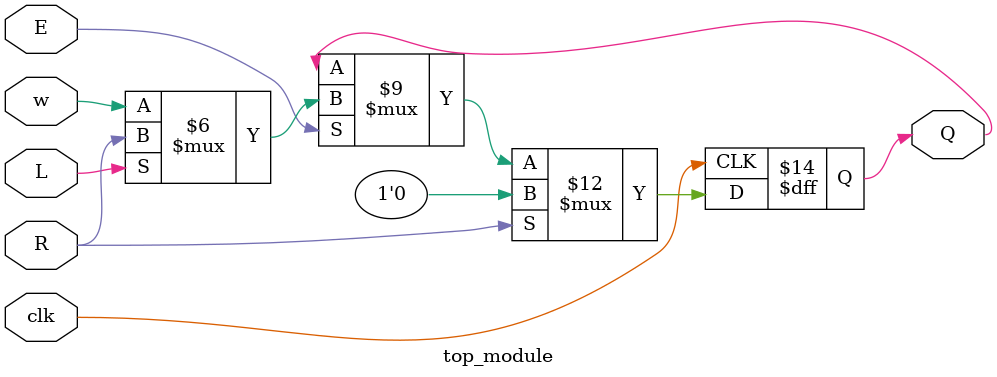
<source format=sv>
module top_module (
	input clk,
	input w,
	input R,
	input E,
	input L,
	output reg Q
);

always @(posedge clk) begin
	if (R == 1'b1) begin
		Q <= 1'b0;
	end else if (E == 1'b0) begin
		Q <= Q;
	end else if (L == 1'b1) begin
		Q <= R;
	end else begin
		Q <= w;
	end
end

endmodule

</source>
